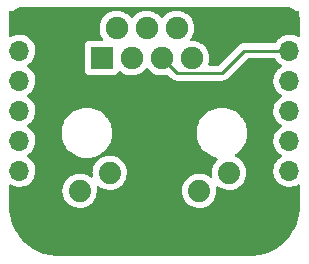
<source format=gbr>
%TF.GenerationSoftware,KiCad,Pcbnew,6.0.0*%
%TF.CreationDate,2022-01-15T20:08:09+00:00*%
%TF.ProjectId,amphenol-magjack,616d7068-656e-46f6-9c2d-6d61676a6163,rev?*%
%TF.SameCoordinates,Original*%
%TF.FileFunction,Copper,L2,Bot*%
%TF.FilePolarity,Positive*%
%FSLAX46Y46*%
G04 Gerber Fmt 4.6, Leading zero omitted, Abs format (unit mm)*
G04 Created by KiCad (PCBNEW 6.0.0) date 2022-01-15 20:08:09*
%MOMM*%
%LPD*%
G01*
G04 APERTURE LIST*
%TA.AperFunction,ComponentPad*%
%ADD10R,1.700000X1.700000*%
%TD*%
%TA.AperFunction,ComponentPad*%
%ADD11O,1.700000X1.700000*%
%TD*%
%TA.AperFunction,ComponentPad*%
%ADD12C,2.600000*%
%TD*%
%TA.AperFunction,ComponentPad*%
%ADD13C,1.890000*%
%TD*%
%TA.AperFunction,ComponentPad*%
%ADD14R,1.900000X1.900000*%
%TD*%
%TA.AperFunction,ComponentPad*%
%ADD15C,1.900000*%
%TD*%
%TA.AperFunction,ViaPad*%
%ADD16C,0.800000*%
%TD*%
%TA.AperFunction,Conductor*%
%ADD17C,0.250000*%
%TD*%
G04 APERTURE END LIST*
D10*
%TO.P,J1,1,Pin_1*%
%TO.N,GND*%
X165100000Y-81280000D03*
D11*
%TO.P,J1,2,Pin_2*%
%TO.N,/tct*%
X165100000Y-83820000D03*
%TO.P,J1,3,Pin_3*%
%TO.N,/td-*%
X165100000Y-86360000D03*
%TO.P,J1,4,Pin_4*%
%TO.N,/td+*%
X165100000Y-88900000D03*
%TO.P,J1,5,Pin_5*%
%TO.N,/ledg_a*%
X165100000Y-91440000D03*
%TO.P,J1,6,Pin_6*%
%TO.N,/ledg_k*%
X165100000Y-93980000D03*
%TD*%
D10*
%TO.P,J2,1,Pin_1*%
%TO.N,GND*%
X187960000Y-81280000D03*
D11*
%TO.P,J2,2,Pin_2*%
%TO.N,/rct*%
X187960000Y-83820000D03*
%TO.P,J2,3,Pin_3*%
%TO.N,/rd-*%
X187960000Y-86360000D03*
%TO.P,J2,4,Pin_4*%
%TO.N,/rd+*%
X187960000Y-88900000D03*
%TO.P,J2,5,Pin_5*%
%TO.N,/ledy_a*%
X187960000Y-91440000D03*
%TO.P,J2,6,Pin_6*%
%TO.N,/ledy_k*%
X187960000Y-93980000D03*
%TD*%
D12*
%TO.P,J3,13,SHIELD*%
%TO.N,GND*%
X184305000Y-87725000D03*
X168755000Y-87725000D03*
D13*
%TO.P,J3,L1,LEDY_A*%
%TO.N,/ledy_a*%
X182855000Y-94155000D03*
%TO.P,J3,L2,LEDY_K*%
%TO.N,/ledy_k*%
X180315000Y-95675000D03*
%TO.P,J3,L3,LEDG_K*%
%TO.N,/ledg_k*%
X172745000Y-94155000D03*
%TO.P,J3,L4,LEDG_A*%
%TO.N,/ledg_a*%
X170205000Y-95675000D03*
D14*
%TO.P,J3,R1,TD+*%
%TO.N,/td+*%
X172085000Y-84435000D03*
D15*
%TO.P,J3,R2,TD-*%
%TO.N,/td-*%
X173355000Y-81895000D03*
%TO.P,J3,R3,RD+*%
%TO.N,/rd+*%
X174625000Y-84435000D03*
%TO.P,J3,R4,TCT*%
%TO.N,/tct*%
X175895000Y-81895000D03*
%TO.P,J3,R5,RCT*%
%TO.N,/rct*%
X177165000Y-84435000D03*
%TO.P,J3,R6,RD-*%
%TO.N,/rd-*%
X178435000Y-81895000D03*
%TO.P,J3,R7,NC*%
%TO.N,unconnected-(J3-PadR7)*%
X179705000Y-84435000D03*
%TO.P,J3,R8,GND*%
%TO.N,GND*%
X180975000Y-81895000D03*
%TD*%
D16*
%TO.N,GND*%
X168275000Y-96012000D03*
X170180000Y-82296000D03*
%TD*%
D17*
%TO.N,GND*%
X187345000Y-81895000D02*
X187960000Y-81280000D01*
X168755000Y-84935000D02*
X165100000Y-81280000D01*
X168755000Y-87725000D02*
X168755000Y-84935000D01*
X168755000Y-87725000D02*
X184305000Y-87725000D01*
%TO.N,/rct*%
X182260489Y-85709511D02*
X184150000Y-83820000D01*
X178439511Y-85709511D02*
X182260489Y-85709511D01*
X177165000Y-84435000D02*
X178439511Y-85709511D01*
X184150000Y-83820000D02*
X187960000Y-83820000D01*
%TD*%
%TA.AperFunction,Conductor*%
%TO.N,GND*%
G36*
X187676057Y-80138500D02*
G01*
X187690858Y-80140805D01*
X187690861Y-80140805D01*
X187699730Y-80142186D01*
X187712378Y-80140532D01*
X187739692Y-80139948D01*
X187834695Y-80148259D01*
X187893502Y-80153405D01*
X187915130Y-80157219D01*
X188086282Y-80203080D01*
X188106920Y-80210591D01*
X188267510Y-80285475D01*
X188286530Y-80296457D01*
X188431679Y-80398091D01*
X188448504Y-80412209D01*
X188573791Y-80537496D01*
X188587909Y-80554321D01*
X188689543Y-80699470D01*
X188700525Y-80718490D01*
X188775409Y-80879080D01*
X188782920Y-80899718D01*
X188828781Y-81070870D01*
X188832596Y-81092501D01*
X188845449Y-81239419D01*
X188844896Y-81255879D01*
X188845305Y-81255884D01*
X188845196Y-81264856D01*
X188843814Y-81273730D01*
X188847981Y-81305591D01*
X188849044Y-81321783D01*
X188850292Y-82503795D01*
X188850337Y-82546050D01*
X188830407Y-82614192D01*
X188776800Y-82660741D01*
X188706537Y-82670919D01*
X188663443Y-82656491D01*
X188523320Y-82579139D01*
X188523316Y-82579137D01*
X188518789Y-82576638D01*
X188513920Y-82574914D01*
X188513916Y-82574912D01*
X188313087Y-82503795D01*
X188313083Y-82503794D01*
X188308212Y-82502069D01*
X188303119Y-82501162D01*
X188303116Y-82501161D01*
X188093373Y-82463800D01*
X188093367Y-82463799D01*
X188088284Y-82462894D01*
X188014452Y-82461992D01*
X187870081Y-82460228D01*
X187870079Y-82460228D01*
X187864911Y-82460165D01*
X187644091Y-82493955D01*
X187431756Y-82563357D01*
X187401443Y-82579137D01*
X187252848Y-82656491D01*
X187233607Y-82666507D01*
X187229474Y-82669610D01*
X187229471Y-82669612D01*
X187059100Y-82797530D01*
X187054965Y-82800635D01*
X187051393Y-82804373D01*
X186921183Y-82940630D01*
X186900629Y-82962138D01*
X186897715Y-82966410D01*
X186897714Y-82966411D01*
X186785095Y-83131504D01*
X186730184Y-83176507D01*
X186681007Y-83186500D01*
X184228767Y-83186500D01*
X184217584Y-83185973D01*
X184210091Y-83184298D01*
X184202165Y-83184547D01*
X184202164Y-83184547D01*
X184142014Y-83186438D01*
X184138055Y-83186500D01*
X184110144Y-83186500D01*
X184106210Y-83186997D01*
X184106209Y-83186997D01*
X184106144Y-83187005D01*
X184094307Y-83187938D01*
X184062049Y-83188952D01*
X184058030Y-83189078D01*
X184050111Y-83189327D01*
X184030657Y-83194979D01*
X184011300Y-83198987D01*
X183999070Y-83200532D01*
X183999069Y-83200532D01*
X183991203Y-83201526D01*
X183983832Y-83204445D01*
X183983830Y-83204445D01*
X183950088Y-83217804D01*
X183938858Y-83221649D01*
X183904017Y-83231771D01*
X183904016Y-83231771D01*
X183896407Y-83233982D01*
X183889588Y-83238015D01*
X183889583Y-83238017D01*
X183878972Y-83244293D01*
X183861224Y-83252988D01*
X183842383Y-83260448D01*
X183835967Y-83265110D01*
X183835966Y-83265110D01*
X183806613Y-83286436D01*
X183796693Y-83292952D01*
X183765465Y-83311420D01*
X183765462Y-83311422D01*
X183758638Y-83315458D01*
X183744317Y-83329779D01*
X183729284Y-83342619D01*
X183712893Y-83354528D01*
X183695168Y-83375954D01*
X183684702Y-83388605D01*
X183676712Y-83397384D01*
X182034989Y-85039106D01*
X181972677Y-85073132D01*
X181945894Y-85076011D01*
X181204627Y-85076011D01*
X181136506Y-85056009D01*
X181090013Y-85002353D01*
X181079909Y-84932079D01*
X181084068Y-84913383D01*
X181133944Y-84749220D01*
X181135447Y-84744274D01*
X181166752Y-84506492D01*
X181168499Y-84435000D01*
X181158786Y-84316857D01*
X181149271Y-84201124D01*
X181149270Y-84201118D01*
X181148847Y-84195973D01*
X181090420Y-83963364D01*
X181088364Y-83958634D01*
X181088361Y-83958627D01*
X180996847Y-83748159D01*
X180996845Y-83748156D01*
X180994787Y-83743422D01*
X180906591Y-83607091D01*
X180867325Y-83546396D01*
X180867323Y-83546393D01*
X180864515Y-83542053D01*
X180829184Y-83503224D01*
X180706582Y-83368487D01*
X180706580Y-83368486D01*
X180703104Y-83364665D01*
X180699053Y-83361466D01*
X180699049Y-83361462D01*
X180542740Y-83238017D01*
X180514888Y-83216021D01*
X180304922Y-83100113D01*
X180182458Y-83056746D01*
X180083720Y-83021781D01*
X180083716Y-83021780D01*
X180078845Y-83020055D01*
X180073752Y-83019148D01*
X180073749Y-83019147D01*
X179847816Y-82978902D01*
X179847810Y-82978901D01*
X179842727Y-82977996D01*
X179813724Y-82977642D01*
X179698301Y-82976231D01*
X179630430Y-82955398D01*
X179584596Y-82901178D01*
X179575352Y-82830786D01*
X179597518Y-82776714D01*
X179686445Y-82652958D01*
X179689463Y-82648758D01*
X179705884Y-82615534D01*
X179793433Y-82438392D01*
X179793434Y-82438390D01*
X179795727Y-82433750D01*
X179865447Y-82204274D01*
X179896752Y-81966492D01*
X179898499Y-81895000D01*
X179892001Y-81815970D01*
X179879271Y-81661124D01*
X179879270Y-81661118D01*
X179878847Y-81655973D01*
X179820420Y-81423364D01*
X179818364Y-81418634D01*
X179818361Y-81418627D01*
X179726847Y-81208159D01*
X179726845Y-81208156D01*
X179724787Y-81203422D01*
X179707574Y-81176814D01*
X179597325Y-81006396D01*
X179597323Y-81006393D01*
X179594515Y-81002053D01*
X179572861Y-80978255D01*
X179436582Y-80828487D01*
X179436580Y-80828486D01*
X179433104Y-80824665D01*
X179429053Y-80821466D01*
X179429049Y-80821462D01*
X179286014Y-80708500D01*
X179244888Y-80676021D01*
X179034922Y-80560113D01*
X178901904Y-80513009D01*
X178813720Y-80481781D01*
X178813716Y-80481780D01*
X178808845Y-80480055D01*
X178803752Y-80479148D01*
X178803749Y-80479147D01*
X178577816Y-80438902D01*
X178577810Y-80438901D01*
X178572727Y-80437996D01*
X178485460Y-80436930D01*
X178338081Y-80435129D01*
X178338079Y-80435129D01*
X178332911Y-80435066D01*
X178095837Y-80471343D01*
X177867871Y-80545854D01*
X177655136Y-80656597D01*
X177651003Y-80659700D01*
X177651000Y-80659702D01*
X177467480Y-80797493D01*
X177463345Y-80800598D01*
X177297648Y-80973990D01*
X177270410Y-81013920D01*
X177215502Y-81058920D01*
X177144977Y-81067091D01*
X177081230Y-81035837D01*
X177060535Y-81011357D01*
X177057329Y-81006401D01*
X177057322Y-81006392D01*
X177054515Y-81002053D01*
X177032861Y-80978255D01*
X176896582Y-80828487D01*
X176896580Y-80828486D01*
X176893104Y-80824665D01*
X176889053Y-80821466D01*
X176889049Y-80821462D01*
X176746014Y-80708500D01*
X176704888Y-80676021D01*
X176494922Y-80560113D01*
X176361904Y-80513009D01*
X176273720Y-80481781D01*
X176273716Y-80481780D01*
X176268845Y-80480055D01*
X176263752Y-80479148D01*
X176263749Y-80479147D01*
X176037816Y-80438902D01*
X176037810Y-80438901D01*
X176032727Y-80437996D01*
X175945460Y-80436930D01*
X175798081Y-80435129D01*
X175798079Y-80435129D01*
X175792911Y-80435066D01*
X175555837Y-80471343D01*
X175327871Y-80545854D01*
X175115136Y-80656597D01*
X175111003Y-80659700D01*
X175111000Y-80659702D01*
X174927480Y-80797493D01*
X174923345Y-80800598D01*
X174757648Y-80973990D01*
X174730410Y-81013920D01*
X174675502Y-81058920D01*
X174604977Y-81067091D01*
X174541230Y-81035837D01*
X174520535Y-81011357D01*
X174517329Y-81006401D01*
X174517322Y-81006392D01*
X174514515Y-81002053D01*
X174492861Y-80978255D01*
X174356582Y-80828487D01*
X174356580Y-80828486D01*
X174353104Y-80824665D01*
X174349053Y-80821466D01*
X174349049Y-80821462D01*
X174206014Y-80708500D01*
X174164888Y-80676021D01*
X173954922Y-80560113D01*
X173821904Y-80513009D01*
X173733720Y-80481781D01*
X173733716Y-80481780D01*
X173728845Y-80480055D01*
X173723752Y-80479148D01*
X173723749Y-80479147D01*
X173497816Y-80438902D01*
X173497810Y-80438901D01*
X173492727Y-80437996D01*
X173405460Y-80436930D01*
X173258081Y-80435129D01*
X173258079Y-80435129D01*
X173252911Y-80435066D01*
X173015837Y-80471343D01*
X172787871Y-80545854D01*
X172575136Y-80656597D01*
X172571003Y-80659700D01*
X172571000Y-80659702D01*
X172387480Y-80797493D01*
X172383345Y-80800598D01*
X172217648Y-80973990D01*
X172082495Y-81172117D01*
X172033639Y-81277368D01*
X172009520Y-81329328D01*
X171981516Y-81389656D01*
X171917424Y-81620768D01*
X171891938Y-81859244D01*
X171905744Y-82098680D01*
X171958470Y-82332646D01*
X172048702Y-82554859D01*
X172174014Y-82759351D01*
X172181508Y-82768002D01*
X172210992Y-82832585D01*
X172200879Y-82902857D01*
X172154379Y-82956507D01*
X172086272Y-82976500D01*
X171086866Y-82976500D01*
X171024684Y-82983255D01*
X170888295Y-83034385D01*
X170771739Y-83121739D01*
X170684385Y-83238295D01*
X170633255Y-83374684D01*
X170626500Y-83436866D01*
X170626500Y-85433134D01*
X170633255Y-85495316D01*
X170684385Y-85631705D01*
X170771739Y-85748261D01*
X170888295Y-85835615D01*
X171024684Y-85886745D01*
X171086866Y-85893500D01*
X173083134Y-85893500D01*
X173145316Y-85886745D01*
X173281705Y-85835615D01*
X173398261Y-85748261D01*
X173485615Y-85631705D01*
X173494026Y-85609270D01*
X173536666Y-85552505D01*
X173603228Y-85527804D01*
X173672577Y-85543011D01*
X173692492Y-85556553D01*
X173739011Y-85595173D01*
X173785571Y-85633828D01*
X173992643Y-85754831D01*
X174216697Y-85840389D01*
X174221763Y-85841420D01*
X174221764Y-85841420D01*
X174278039Y-85852869D01*
X174451716Y-85888204D01*
X174586089Y-85893131D01*
X174686225Y-85896803D01*
X174686229Y-85896803D01*
X174691389Y-85896992D01*
X174696509Y-85896336D01*
X174696511Y-85896336D01*
X174924151Y-85867175D01*
X174924152Y-85867175D01*
X174929279Y-85866518D01*
X175012935Y-85841420D01*
X175154042Y-85799086D01*
X175154047Y-85799084D01*
X175158997Y-85797599D01*
X175374374Y-85692087D01*
X175378579Y-85689087D01*
X175378585Y-85689084D01*
X175471516Y-85622796D01*
X175569627Y-85552815D01*
X175739511Y-85383523D01*
X175742527Y-85379326D01*
X175790332Y-85312798D01*
X175846327Y-85269150D01*
X175917030Y-85262704D01*
X175979995Y-85295507D01*
X175987873Y-85303806D01*
X176141043Y-85480630D01*
X176232493Y-85556553D01*
X176312882Y-85623293D01*
X176325571Y-85633828D01*
X176532643Y-85754831D01*
X176756697Y-85840389D01*
X176761763Y-85841420D01*
X176761764Y-85841420D01*
X176818039Y-85852869D01*
X176991716Y-85888204D01*
X177126089Y-85893131D01*
X177226225Y-85896803D01*
X177226229Y-85896803D01*
X177231389Y-85896992D01*
X177236509Y-85896336D01*
X177236511Y-85896336D01*
X177464151Y-85867175D01*
X177464152Y-85867175D01*
X177469279Y-85866518D01*
X177474230Y-85865033D01*
X177474233Y-85865032D01*
X177575142Y-85834758D01*
X177646137Y-85834342D01*
X177700444Y-85866349D01*
X177935859Y-86101764D01*
X177943399Y-86110050D01*
X177947511Y-86116529D01*
X177953288Y-86121954D01*
X177997162Y-86163154D01*
X178000004Y-86165909D01*
X178019741Y-86185646D01*
X178022938Y-86188126D01*
X178031958Y-86195829D01*
X178064190Y-86226097D01*
X178071136Y-86229916D01*
X178071139Y-86229918D01*
X178081945Y-86235859D01*
X178098464Y-86246710D01*
X178114470Y-86259125D01*
X178121739Y-86262270D01*
X178121743Y-86262273D01*
X178155048Y-86276685D01*
X178165698Y-86281902D01*
X178204451Y-86303206D01*
X178212126Y-86305177D01*
X178212127Y-86305177D01*
X178224073Y-86308244D01*
X178242778Y-86314648D01*
X178261366Y-86322692D01*
X178269189Y-86323931D01*
X178269199Y-86323934D01*
X178305035Y-86329610D01*
X178316655Y-86332016D01*
X178348470Y-86340184D01*
X178359481Y-86343011D01*
X178379735Y-86343011D01*
X178399445Y-86344562D01*
X178419454Y-86347731D01*
X178427346Y-86346985D01*
X178446091Y-86345213D01*
X178463473Y-86343570D01*
X178475330Y-86343011D01*
X182181722Y-86343011D01*
X182192905Y-86343538D01*
X182200398Y-86345213D01*
X182208324Y-86344964D01*
X182208325Y-86344964D01*
X182268475Y-86343073D01*
X182272434Y-86343011D01*
X182300345Y-86343011D01*
X182304280Y-86342514D01*
X182304345Y-86342506D01*
X182316182Y-86341573D01*
X182348440Y-86340559D01*
X182352459Y-86340433D01*
X182360378Y-86340184D01*
X182379832Y-86334532D01*
X182399189Y-86330524D01*
X182411419Y-86328979D01*
X182411420Y-86328979D01*
X182419286Y-86327985D01*
X182426657Y-86325066D01*
X182426659Y-86325066D01*
X182460401Y-86311707D01*
X182471631Y-86307862D01*
X182506472Y-86297740D01*
X182506473Y-86297740D01*
X182514082Y-86295529D01*
X182520901Y-86291496D01*
X182520906Y-86291494D01*
X182531517Y-86285218D01*
X182549265Y-86276523D01*
X182568106Y-86269063D01*
X182603876Y-86243075D01*
X182613796Y-86236559D01*
X182645024Y-86218091D01*
X182645027Y-86218089D01*
X182651851Y-86214053D01*
X182666172Y-86199732D01*
X182681206Y-86186891D01*
X182691183Y-86179642D01*
X182697596Y-86174983D01*
X182725787Y-86140906D01*
X182733777Y-86132127D01*
X184375500Y-84490405D01*
X184437812Y-84456379D01*
X184464595Y-84453500D01*
X186684274Y-84453500D01*
X186752395Y-84473502D01*
X186791707Y-84513665D01*
X186859987Y-84625088D01*
X187006250Y-84793938D01*
X187178126Y-84936632D01*
X187241646Y-84973750D01*
X187251445Y-84979476D01*
X187300169Y-85031114D01*
X187313240Y-85100897D01*
X187286509Y-85166669D01*
X187246055Y-85200027D01*
X187233607Y-85206507D01*
X187229474Y-85209610D01*
X187229471Y-85209612D01*
X187059100Y-85337530D01*
X187054965Y-85340635D01*
X187051393Y-85344373D01*
X186914656Y-85487460D01*
X186900629Y-85502138D01*
X186897715Y-85506410D01*
X186897714Y-85506411D01*
X186817983Y-85623293D01*
X186774743Y-85686680D01*
X186742253Y-85756674D01*
X186691955Y-85865033D01*
X186680688Y-85889305D01*
X186620989Y-86104570D01*
X186597251Y-86326695D01*
X186597548Y-86331848D01*
X186597548Y-86331851D01*
X186603011Y-86426590D01*
X186610110Y-86549715D01*
X186611247Y-86554761D01*
X186611248Y-86554767D01*
X186631119Y-86642939D01*
X186659222Y-86767639D01*
X186743266Y-86974616D01*
X186859987Y-87165088D01*
X187006250Y-87333938D01*
X187178126Y-87476632D01*
X187248595Y-87517811D01*
X187251445Y-87519476D01*
X187300169Y-87571114D01*
X187313240Y-87640897D01*
X187286509Y-87706669D01*
X187246055Y-87740027D01*
X187233607Y-87746507D01*
X187229474Y-87749610D01*
X187229471Y-87749612D01*
X187059100Y-87877530D01*
X187054965Y-87880635D01*
X186900629Y-88042138D01*
X186774743Y-88226680D01*
X186680688Y-88429305D01*
X186620989Y-88644570D01*
X186597251Y-88866695D01*
X186597548Y-88871848D01*
X186597548Y-88871851D01*
X186603011Y-88966590D01*
X186610110Y-89089715D01*
X186611247Y-89094761D01*
X186611248Y-89094767D01*
X186618573Y-89127269D01*
X186659222Y-89307639D01*
X186743266Y-89514616D01*
X186859987Y-89705088D01*
X187006250Y-89873938D01*
X187178126Y-90016632D01*
X187243349Y-90054745D01*
X187251445Y-90059476D01*
X187300169Y-90111114D01*
X187313240Y-90180897D01*
X187286509Y-90246669D01*
X187246055Y-90280027D01*
X187233607Y-90286507D01*
X187229474Y-90289610D01*
X187229471Y-90289612D01*
X187140293Y-90356569D01*
X187054965Y-90420635D01*
X186900629Y-90582138D01*
X186897715Y-90586410D01*
X186897714Y-90586411D01*
X186875906Y-90618381D01*
X186774743Y-90766680D01*
X186680688Y-90969305D01*
X186620989Y-91184570D01*
X186597251Y-91406695D01*
X186597548Y-91411848D01*
X186597548Y-91411851D01*
X186602822Y-91503315D01*
X186610110Y-91629715D01*
X186611247Y-91634761D01*
X186611248Y-91634767D01*
X186631119Y-91722939D01*
X186659222Y-91847639D01*
X186743266Y-92054616D01*
X186745965Y-92059020D01*
X186844081Y-92219131D01*
X186859987Y-92245088D01*
X187006250Y-92413938D01*
X187178126Y-92556632D01*
X187226385Y-92584832D01*
X187251445Y-92599476D01*
X187300169Y-92651114D01*
X187313240Y-92720897D01*
X187286509Y-92786669D01*
X187246055Y-92820027D01*
X187233607Y-92826507D01*
X187229474Y-92829610D01*
X187229471Y-92829612D01*
X187070999Y-92948596D01*
X187054965Y-92960635D01*
X187051393Y-92964373D01*
X186929279Y-93092158D01*
X186900629Y-93122138D01*
X186897715Y-93126410D01*
X186897714Y-93126411D01*
X186819260Y-93241421D01*
X186774743Y-93306680D01*
X186759003Y-93340590D01*
X186698688Y-93470528D01*
X186680688Y-93509305D01*
X186620989Y-93724570D01*
X186597251Y-93946695D01*
X186597548Y-93951848D01*
X186597548Y-93951851D01*
X186603011Y-94046590D01*
X186610110Y-94169715D01*
X186611247Y-94174761D01*
X186611248Y-94174767D01*
X186632275Y-94268069D01*
X186659222Y-94387639D01*
X186697461Y-94481811D01*
X186740616Y-94588089D01*
X186743266Y-94594616D01*
X186859987Y-94785088D01*
X187006250Y-94953938D01*
X187178126Y-95096632D01*
X187371000Y-95209338D01*
X187579692Y-95289030D01*
X187584760Y-95290061D01*
X187584763Y-95290062D01*
X187692017Y-95311883D01*
X187798597Y-95333567D01*
X187803772Y-95333757D01*
X187803774Y-95333757D01*
X188016673Y-95341564D01*
X188016677Y-95341564D01*
X188021837Y-95341753D01*
X188026957Y-95341097D01*
X188026959Y-95341097D01*
X188238288Y-95314025D01*
X188238289Y-95314025D01*
X188243416Y-95313368D01*
X188248366Y-95311883D01*
X188452429Y-95250661D01*
X188452434Y-95250659D01*
X188457384Y-95249174D01*
X188657994Y-95150896D01*
X188664590Y-95146191D01*
X188665713Y-95145801D01*
X188666648Y-95145244D01*
X188666763Y-95145437D01*
X188731664Y-95122918D01*
X188800672Y-95139603D01*
X188849705Y-95190948D01*
X188863757Y-95248638D01*
X188864211Y-95678365D01*
X188865388Y-96791987D01*
X188865451Y-96851875D01*
X188863952Y-96871385D01*
X188860317Y-96894730D01*
X188861957Y-96907270D01*
X188862919Y-96914626D01*
X188863849Y-96936784D01*
X188847352Y-97293597D01*
X188846278Y-97305186D01*
X188792785Y-97688666D01*
X188790646Y-97700106D01*
X188702000Y-98077007D01*
X188698815Y-98088201D01*
X188575769Y-98455317D01*
X188571565Y-98466169D01*
X188415169Y-98820373D01*
X188409981Y-98830791D01*
X188221578Y-99169039D01*
X188215452Y-99178934D01*
X187996633Y-99498370D01*
X187989619Y-99507658D01*
X187742259Y-99805543D01*
X187734418Y-99814143D01*
X187460646Y-100087915D01*
X187452046Y-100095756D01*
X187154161Y-100343116D01*
X187144873Y-100350130D01*
X186825437Y-100568949D01*
X186815542Y-100575075D01*
X186477294Y-100763478D01*
X186466876Y-100768666D01*
X186112672Y-100925062D01*
X186101820Y-100929266D01*
X185918262Y-100990789D01*
X185734695Y-101052315D01*
X185723519Y-101055495D01*
X185475305Y-101113874D01*
X185346609Y-101144143D01*
X185335169Y-101146282D01*
X184951689Y-101199775D01*
X184940100Y-101200849D01*
X184590687Y-101217003D01*
X184565488Y-101215638D01*
X184562645Y-101215195D01*
X184562643Y-101215195D01*
X184553773Y-101213814D01*
X184544871Y-101214978D01*
X184544868Y-101214978D01*
X184522252Y-101217936D01*
X184505914Y-101219000D01*
X168578328Y-101219000D01*
X168558943Y-101217500D01*
X168544142Y-101215195D01*
X168544139Y-101215195D01*
X168535270Y-101213814D01*
X168516105Y-101216320D01*
X168515374Y-101216416D01*
X168493216Y-101217346D01*
X168136403Y-101200849D01*
X168124814Y-101199775D01*
X167741334Y-101146282D01*
X167729894Y-101144143D01*
X167601198Y-101113874D01*
X167352984Y-101055495D01*
X167341808Y-101052315D01*
X167158241Y-100990789D01*
X166974683Y-100929266D01*
X166963831Y-100925062D01*
X166609627Y-100768666D01*
X166599209Y-100763478D01*
X166260961Y-100575075D01*
X166251066Y-100568949D01*
X165931630Y-100350130D01*
X165922342Y-100343116D01*
X165624457Y-100095756D01*
X165615857Y-100087915D01*
X165342085Y-99814143D01*
X165334244Y-99805543D01*
X165086884Y-99507658D01*
X165079870Y-99498370D01*
X164861051Y-99178934D01*
X164854925Y-99169039D01*
X164666522Y-98830791D01*
X164661334Y-98820373D01*
X164504938Y-98466169D01*
X164500734Y-98455317D01*
X164377688Y-98088201D01*
X164374503Y-98077007D01*
X164285857Y-97700106D01*
X164283718Y-97688666D01*
X164230225Y-97305186D01*
X164229151Y-97293597D01*
X164212997Y-96944184D01*
X164214362Y-96918985D01*
X164214805Y-96916142D01*
X164214805Y-96916140D01*
X164216186Y-96907270D01*
X164214547Y-96894730D01*
X164212064Y-96875749D01*
X164211000Y-96859411D01*
X164211000Y-95639366D01*
X168746954Y-95639366D01*
X168747251Y-95644518D01*
X168747251Y-95644522D01*
X168753117Y-95746246D01*
X168760713Y-95877981D01*
X168761850Y-95883027D01*
X168761851Y-95883033D01*
X168783272Y-95978084D01*
X168813259Y-96111145D01*
X168815201Y-96115927D01*
X168815202Y-96115931D01*
X168856057Y-96216544D01*
X168903181Y-96332596D01*
X169028064Y-96536387D01*
X169184554Y-96717045D01*
X169368450Y-96869718D01*
X169372902Y-96872320D01*
X169372907Y-96872323D01*
X169570353Y-96987701D01*
X169574811Y-96990306D01*
X169798097Y-97075570D01*
X169803163Y-97076601D01*
X169803164Y-97076601D01*
X169859336Y-97088029D01*
X170032310Y-97123221D01*
X170166487Y-97128141D01*
X170265997Y-97131791D01*
X170266002Y-97131791D01*
X170271161Y-97131980D01*
X170276281Y-97131324D01*
X170276283Y-97131324D01*
X170503107Y-97102267D01*
X170503108Y-97102267D01*
X170508235Y-97101610D01*
X170595031Y-97075570D01*
X170732213Y-97034413D01*
X170737166Y-97032927D01*
X170951805Y-96927777D01*
X171010570Y-96885860D01*
X171142176Y-96791987D01*
X171142181Y-96791983D01*
X171146388Y-96788982D01*
X171315689Y-96620271D01*
X171455162Y-96426173D01*
X171561061Y-96211903D01*
X171593206Y-96106103D01*
X171629039Y-95988165D01*
X171629040Y-95988159D01*
X171630543Y-95983213D01*
X171661740Y-95746246D01*
X171663481Y-95675000D01*
X171660551Y-95639366D01*
X178856954Y-95639366D01*
X178857251Y-95644518D01*
X178857251Y-95644522D01*
X178863117Y-95746246D01*
X178870713Y-95877981D01*
X178871850Y-95883027D01*
X178871851Y-95883033D01*
X178893272Y-95978084D01*
X178923259Y-96111145D01*
X178925201Y-96115927D01*
X178925202Y-96115931D01*
X178966057Y-96216544D01*
X179013181Y-96332596D01*
X179138064Y-96536387D01*
X179294554Y-96717045D01*
X179478450Y-96869718D01*
X179482902Y-96872320D01*
X179482907Y-96872323D01*
X179680353Y-96987701D01*
X179684811Y-96990306D01*
X179908097Y-97075570D01*
X179913163Y-97076601D01*
X179913164Y-97076601D01*
X179969336Y-97088029D01*
X180142310Y-97123221D01*
X180276487Y-97128141D01*
X180375997Y-97131791D01*
X180376002Y-97131791D01*
X180381161Y-97131980D01*
X180386281Y-97131324D01*
X180386283Y-97131324D01*
X180613107Y-97102267D01*
X180613108Y-97102267D01*
X180618235Y-97101610D01*
X180705031Y-97075570D01*
X180842213Y-97034413D01*
X180847166Y-97032927D01*
X181061805Y-96927777D01*
X181120570Y-96885860D01*
X181252176Y-96791987D01*
X181252181Y-96791983D01*
X181256388Y-96788982D01*
X181425689Y-96620271D01*
X181565162Y-96426173D01*
X181671061Y-96211903D01*
X181703206Y-96106103D01*
X181739039Y-95988165D01*
X181739040Y-95988159D01*
X181740543Y-95983213D01*
X181771740Y-95746246D01*
X181773481Y-95675000D01*
X181753897Y-95436792D01*
X181750472Y-95423157D01*
X181753274Y-95352215D01*
X181793986Y-95294051D01*
X181859680Y-95267130D01*
X181929501Y-95280000D01*
X181953159Y-95295513D01*
X182008066Y-95341097D01*
X182018450Y-95349718D01*
X182022902Y-95352320D01*
X182022907Y-95352323D01*
X182144125Y-95423157D01*
X182224811Y-95470306D01*
X182448097Y-95555570D01*
X182453163Y-95556601D01*
X182453164Y-95556601D01*
X182509336Y-95568029D01*
X182682310Y-95603221D01*
X182816487Y-95608141D01*
X182915997Y-95611791D01*
X182916002Y-95611791D01*
X182921161Y-95611980D01*
X182926281Y-95611324D01*
X182926283Y-95611324D01*
X183153107Y-95582267D01*
X183153108Y-95582267D01*
X183158235Y-95581610D01*
X183245031Y-95555570D01*
X183382213Y-95514413D01*
X183387166Y-95512927D01*
X183601805Y-95407777D01*
X183646883Y-95375623D01*
X183792176Y-95271987D01*
X183792181Y-95271983D01*
X183796388Y-95268982D01*
X183965689Y-95100271D01*
X184022527Y-95021173D01*
X184102144Y-94910373D01*
X184105162Y-94906173D01*
X184211061Y-94691903D01*
X184242074Y-94589829D01*
X184279039Y-94468165D01*
X184279040Y-94468159D01*
X184280543Y-94463213D01*
X184306423Y-94266632D01*
X184311303Y-94229567D01*
X184311303Y-94229563D01*
X184311740Y-94226246D01*
X184312998Y-94174767D01*
X184313399Y-94158365D01*
X184313399Y-94158361D01*
X184313481Y-94155000D01*
X184293897Y-93916792D01*
X184255147Y-93762522D01*
X184236928Y-93689989D01*
X184236927Y-93689985D01*
X184235670Y-93684982D01*
X184140364Y-93465794D01*
X184120181Y-93434595D01*
X184040466Y-93311375D01*
X184010539Y-93265115D01*
X183849682Y-93088335D01*
X183845631Y-93085136D01*
X183845627Y-93085132D01*
X183666165Y-92943401D01*
X183666160Y-92943397D01*
X183662111Y-92940200D01*
X183657595Y-92937707D01*
X183657592Y-92937705D01*
X183457389Y-92827187D01*
X183457385Y-92827185D01*
X183452865Y-92824690D01*
X183447992Y-92822964D01*
X183447989Y-92822963D01*
X183422555Y-92813957D01*
X183407812Y-92808736D01*
X183350275Y-92767143D01*
X183324359Y-92701045D01*
X183338292Y-92631429D01*
X183377420Y-92586876D01*
X183587287Y-92439379D01*
X183587293Y-92439374D01*
X183590792Y-92436915D01*
X183712853Y-92323489D01*
X183800745Y-92241815D01*
X183800748Y-92241812D01*
X183803888Y-92238894D01*
X183814895Y-92225447D01*
X183985423Y-92017102D01*
X183988139Y-92013784D01*
X184140133Y-91765752D01*
X184148869Y-91745852D01*
X184252440Y-91509908D01*
X184257059Y-91499386D01*
X184263073Y-91478276D01*
X184284925Y-91401562D01*
X184336754Y-91219616D01*
X184337790Y-91212342D01*
X184377137Y-90935870D01*
X184377742Y-90931619D01*
X184379265Y-90640723D01*
X184374994Y-90608277D01*
X184341855Y-90356569D01*
X184341295Y-90352313D01*
X184327560Y-90302104D01*
X184275311Y-90111114D01*
X184264535Y-90071724D01*
X184252726Y-90044038D01*
X184152090Y-89808100D01*
X184152088Y-89808096D01*
X184150404Y-89804148D01*
X184001015Y-89554538D01*
X183986337Y-89536216D01*
X183821823Y-89330869D01*
X183819133Y-89327511D01*
X183608122Y-89127269D01*
X183371887Y-88957517D01*
X183256921Y-88896646D01*
X183118587Y-88823402D01*
X183118586Y-88823401D01*
X183114800Y-88821397D01*
X183110777Y-88819925D01*
X183110773Y-88819923D01*
X182845649Y-88722901D01*
X182845647Y-88722900D01*
X182841618Y-88721426D01*
X182557396Y-88659456D01*
X182513598Y-88656009D01*
X182331703Y-88641693D01*
X182331696Y-88641693D01*
X182329247Y-88641500D01*
X182171879Y-88641500D01*
X182169743Y-88641646D01*
X182169732Y-88641646D01*
X181959051Y-88656009D01*
X181959045Y-88656010D01*
X181954774Y-88656301D01*
X181950579Y-88657170D01*
X181950577Y-88657170D01*
X181935130Y-88660369D01*
X181669919Y-88715291D01*
X181395705Y-88812395D01*
X181137207Y-88945816D01*
X181133706Y-88948277D01*
X181133702Y-88948279D01*
X181018208Y-89029450D01*
X180899208Y-89113085D01*
X180896067Y-89116004D01*
X180695270Y-89302596D01*
X180686112Y-89311106D01*
X180683398Y-89314422D01*
X180683395Y-89314425D01*
X180608071Y-89406453D01*
X180501861Y-89536216D01*
X180349867Y-89784248D01*
X180348148Y-89788165D01*
X180348146Y-89788168D01*
X180296542Y-89905727D01*
X180232941Y-90050614D01*
X180231765Y-90054742D01*
X180231764Y-90054745D01*
X180220150Y-90095516D01*
X180153246Y-90330384D01*
X180152642Y-90334626D01*
X180152641Y-90334632D01*
X180117948Y-90578401D01*
X180112258Y-90618381D01*
X180110735Y-90909277D01*
X180148705Y-91197687D01*
X180225465Y-91478276D01*
X180227149Y-91482224D01*
X180329823Y-91722939D01*
X180339596Y-91745852D01*
X180488985Y-91995462D01*
X180491669Y-91998813D01*
X180491671Y-91998815D01*
X180506322Y-92017102D01*
X180670867Y-92222489D01*
X180772876Y-92319292D01*
X180876092Y-92417240D01*
X180881878Y-92422731D01*
X181118113Y-92592483D01*
X181375200Y-92728603D01*
X181379223Y-92730075D01*
X181379227Y-92730077D01*
X181643228Y-92826688D01*
X181648382Y-92828574D01*
X181812675Y-92864395D01*
X181874970Y-92898450D01*
X181908965Y-92960778D01*
X181903867Y-93031591D01*
X181876926Y-93074553D01*
X181721547Y-93237148D01*
X181718633Y-93241420D01*
X181718632Y-93241421D01*
X181589777Y-93430315D01*
X181589774Y-93430320D01*
X181586858Y-93434595D01*
X181486226Y-93651389D01*
X181422353Y-93881708D01*
X181421804Y-93886845D01*
X181404732Y-94046590D01*
X181396954Y-94119366D01*
X181397251Y-94124518D01*
X181397251Y-94124522D01*
X181405814Y-94273023D01*
X181410713Y-94357981D01*
X181411851Y-94363029D01*
X181411851Y-94363032D01*
X181422999Y-94412497D01*
X181418463Y-94483348D01*
X181376342Y-94540500D01*
X181310008Y-94565806D01*
X181240524Y-94551233D01*
X181221990Y-94539080D01*
X181126164Y-94463401D01*
X181122111Y-94460200D01*
X181117595Y-94457707D01*
X181117592Y-94457705D01*
X180917389Y-94347187D01*
X180917385Y-94347185D01*
X180912865Y-94344690D01*
X180907996Y-94342966D01*
X180907992Y-94342964D01*
X180692438Y-94266632D01*
X180692434Y-94266631D01*
X180687563Y-94264906D01*
X180682473Y-94263999D01*
X180682468Y-94263998D01*
X180457344Y-94223898D01*
X180457338Y-94223897D01*
X180452255Y-94222992D01*
X180360937Y-94221876D01*
X180218431Y-94220135D01*
X180218429Y-94220135D01*
X180213262Y-94220072D01*
X179977000Y-94256225D01*
X179749816Y-94330480D01*
X179745228Y-94332868D01*
X179745224Y-94332870D01*
X179640014Y-94387639D01*
X179537810Y-94440843D01*
X179533677Y-94443946D01*
X179533674Y-94443948D01*
X179350811Y-94581246D01*
X179346676Y-94584351D01*
X179181547Y-94757148D01*
X179178633Y-94761420D01*
X179178632Y-94761421D01*
X179049777Y-94950315D01*
X179049774Y-94950320D01*
X179046858Y-94954595D01*
X179018175Y-95016387D01*
X178954682Y-95153173D01*
X178946226Y-95171389D01*
X178882353Y-95401708D01*
X178881804Y-95406845D01*
X178859881Y-95611980D01*
X178856954Y-95639366D01*
X171660551Y-95639366D01*
X171643897Y-95436792D01*
X171640472Y-95423157D01*
X171643274Y-95352215D01*
X171683986Y-95294051D01*
X171749680Y-95267130D01*
X171819501Y-95280000D01*
X171843159Y-95295513D01*
X171898066Y-95341097D01*
X171908450Y-95349718D01*
X171912902Y-95352320D01*
X171912907Y-95352323D01*
X172034125Y-95423157D01*
X172114811Y-95470306D01*
X172338097Y-95555570D01*
X172343163Y-95556601D01*
X172343164Y-95556601D01*
X172399336Y-95568029D01*
X172572310Y-95603221D01*
X172706487Y-95608141D01*
X172805997Y-95611791D01*
X172806002Y-95611791D01*
X172811161Y-95611980D01*
X172816281Y-95611324D01*
X172816283Y-95611324D01*
X173043107Y-95582267D01*
X173043108Y-95582267D01*
X173048235Y-95581610D01*
X173135031Y-95555570D01*
X173272213Y-95514413D01*
X173277166Y-95512927D01*
X173491805Y-95407777D01*
X173536883Y-95375623D01*
X173682176Y-95271987D01*
X173682181Y-95271983D01*
X173686388Y-95268982D01*
X173855689Y-95100271D01*
X173912527Y-95021173D01*
X173992144Y-94910373D01*
X173995162Y-94906173D01*
X174101061Y-94691903D01*
X174132074Y-94589829D01*
X174169039Y-94468165D01*
X174169040Y-94468159D01*
X174170543Y-94463213D01*
X174196423Y-94266632D01*
X174201303Y-94229567D01*
X174201303Y-94229563D01*
X174201740Y-94226246D01*
X174202998Y-94174767D01*
X174203399Y-94158365D01*
X174203399Y-94158361D01*
X174203481Y-94155000D01*
X174183897Y-93916792D01*
X174145147Y-93762522D01*
X174126928Y-93689989D01*
X174126927Y-93689985D01*
X174125670Y-93684982D01*
X174030364Y-93465794D01*
X174010181Y-93434595D01*
X173930466Y-93311375D01*
X173900539Y-93265115D01*
X173739682Y-93088335D01*
X173735631Y-93085136D01*
X173735627Y-93085132D01*
X173556165Y-92943401D01*
X173556160Y-92943397D01*
X173552111Y-92940200D01*
X173547595Y-92937707D01*
X173547592Y-92937705D01*
X173347389Y-92827187D01*
X173347385Y-92827185D01*
X173342865Y-92824690D01*
X173337996Y-92822966D01*
X173337992Y-92822964D01*
X173122438Y-92746632D01*
X173122434Y-92746631D01*
X173117563Y-92744906D01*
X173112473Y-92743999D01*
X173112468Y-92743998D01*
X172887344Y-92703898D01*
X172887338Y-92703897D01*
X172882255Y-92702992D01*
X172790937Y-92701876D01*
X172648431Y-92700135D01*
X172648429Y-92700135D01*
X172643262Y-92700072D01*
X172407000Y-92736225D01*
X172179816Y-92810480D01*
X172175228Y-92812868D01*
X172175224Y-92812870D01*
X171972399Y-92918454D01*
X171967810Y-92920843D01*
X171963677Y-92923946D01*
X171963674Y-92923948D01*
X171820308Y-93031591D01*
X171776676Y-93064351D01*
X171611547Y-93237148D01*
X171608633Y-93241420D01*
X171608632Y-93241421D01*
X171479777Y-93430315D01*
X171479774Y-93430320D01*
X171476858Y-93434595D01*
X171376226Y-93651389D01*
X171312353Y-93881708D01*
X171311804Y-93886845D01*
X171294732Y-94046590D01*
X171286954Y-94119366D01*
X171287251Y-94124518D01*
X171287251Y-94124522D01*
X171295814Y-94273023D01*
X171300713Y-94357981D01*
X171301851Y-94363029D01*
X171301851Y-94363032D01*
X171312999Y-94412497D01*
X171308463Y-94483348D01*
X171266342Y-94540500D01*
X171200008Y-94565806D01*
X171130524Y-94551233D01*
X171111990Y-94539080D01*
X171016164Y-94463401D01*
X171012111Y-94460200D01*
X171007595Y-94457707D01*
X171007592Y-94457705D01*
X170807389Y-94347187D01*
X170807385Y-94347185D01*
X170802865Y-94344690D01*
X170797996Y-94342966D01*
X170797992Y-94342964D01*
X170582438Y-94266632D01*
X170582434Y-94266631D01*
X170577563Y-94264906D01*
X170572473Y-94263999D01*
X170572468Y-94263998D01*
X170347344Y-94223898D01*
X170347338Y-94223897D01*
X170342255Y-94222992D01*
X170250937Y-94221876D01*
X170108431Y-94220135D01*
X170108429Y-94220135D01*
X170103262Y-94220072D01*
X169867000Y-94256225D01*
X169639816Y-94330480D01*
X169635228Y-94332868D01*
X169635224Y-94332870D01*
X169530014Y-94387639D01*
X169427810Y-94440843D01*
X169423677Y-94443946D01*
X169423674Y-94443948D01*
X169240811Y-94581246D01*
X169236676Y-94584351D01*
X169071547Y-94757148D01*
X169068633Y-94761420D01*
X169068632Y-94761421D01*
X168939777Y-94950315D01*
X168939774Y-94950320D01*
X168936858Y-94954595D01*
X168908175Y-95016387D01*
X168844682Y-95153173D01*
X168836226Y-95171389D01*
X168772353Y-95401708D01*
X168771804Y-95406845D01*
X168749881Y-95611980D01*
X168746954Y-95639366D01*
X164211000Y-95639366D01*
X164211000Y-95253596D01*
X164231002Y-95185475D01*
X164284658Y-95138982D01*
X164354932Y-95128878D01*
X164400569Y-95144808D01*
X164511000Y-95209338D01*
X164719692Y-95289030D01*
X164724760Y-95290061D01*
X164724763Y-95290062D01*
X164832017Y-95311883D01*
X164938597Y-95333567D01*
X164943772Y-95333757D01*
X164943774Y-95333757D01*
X165156673Y-95341564D01*
X165156677Y-95341564D01*
X165161837Y-95341753D01*
X165166957Y-95341097D01*
X165166959Y-95341097D01*
X165378288Y-95314025D01*
X165378289Y-95314025D01*
X165383416Y-95313368D01*
X165388366Y-95311883D01*
X165592429Y-95250661D01*
X165592434Y-95250659D01*
X165597384Y-95249174D01*
X165797994Y-95150896D01*
X165979860Y-95021173D01*
X166003493Y-94997623D01*
X166091048Y-94910373D01*
X166138096Y-94863489D01*
X166197594Y-94780689D01*
X166265435Y-94686277D01*
X166268453Y-94682077D01*
X166304899Y-94608335D01*
X166365136Y-94486453D01*
X166365137Y-94486451D01*
X166367430Y-94481811D01*
X166432370Y-94268069D01*
X166461529Y-94046590D01*
X166463156Y-93980000D01*
X166444852Y-93757361D01*
X166390431Y-93540702D01*
X166301354Y-93335840D01*
X166180014Y-93148277D01*
X166029670Y-92983051D01*
X166025619Y-92979852D01*
X166025615Y-92979848D01*
X165858414Y-92847800D01*
X165858410Y-92847798D01*
X165854359Y-92844598D01*
X165813053Y-92821796D01*
X165763084Y-92771364D01*
X165748312Y-92701921D01*
X165773428Y-92635516D01*
X165800780Y-92608909D01*
X165844603Y-92577650D01*
X165979860Y-92481173D01*
X166138096Y-92323489D01*
X166197594Y-92240689D01*
X166265435Y-92146277D01*
X166268453Y-92142077D01*
X166342736Y-91991777D01*
X166365136Y-91946453D01*
X166365137Y-91946451D01*
X166367430Y-91941811D01*
X166432370Y-91728069D01*
X166461529Y-91506590D01*
X166461806Y-91495255D01*
X166463074Y-91443365D01*
X166463074Y-91443361D01*
X166463156Y-91440000D01*
X166444852Y-91217361D01*
X166390431Y-91000702D01*
X166350678Y-90909277D01*
X168680735Y-90909277D01*
X168718705Y-91197687D01*
X168795465Y-91478276D01*
X168797149Y-91482224D01*
X168899823Y-91722939D01*
X168909596Y-91745852D01*
X169058985Y-91995462D01*
X169061669Y-91998813D01*
X169061671Y-91998815D01*
X169076322Y-92017102D01*
X169240867Y-92222489D01*
X169342876Y-92319292D01*
X169446092Y-92417240D01*
X169451878Y-92422731D01*
X169688113Y-92592483D01*
X169945200Y-92728603D01*
X169949223Y-92730075D01*
X169949227Y-92730077D01*
X170213228Y-92826688D01*
X170218382Y-92828574D01*
X170502604Y-92890544D01*
X170531650Y-92892830D01*
X170728297Y-92908307D01*
X170728304Y-92908307D01*
X170730753Y-92908500D01*
X170888121Y-92908500D01*
X170890257Y-92908354D01*
X170890268Y-92908354D01*
X171100949Y-92893991D01*
X171100955Y-92893990D01*
X171105226Y-92893699D01*
X171109421Y-92892830D01*
X171109423Y-92892830D01*
X171342328Y-92844598D01*
X171390081Y-92834709D01*
X171664295Y-92737605D01*
X171831868Y-92651114D01*
X171918986Y-92606149D01*
X171918987Y-92606149D01*
X171922793Y-92604184D01*
X171926294Y-92601723D01*
X171926298Y-92601721D01*
X172041792Y-92520550D01*
X172160792Y-92436915D01*
X172282853Y-92323489D01*
X172370745Y-92241815D01*
X172370748Y-92241812D01*
X172373888Y-92238894D01*
X172384895Y-92225447D01*
X172555423Y-92017102D01*
X172558139Y-92013784D01*
X172710133Y-91765752D01*
X172718869Y-91745852D01*
X172822440Y-91509908D01*
X172827059Y-91499386D01*
X172833073Y-91478276D01*
X172854925Y-91401562D01*
X172906754Y-91219616D01*
X172907790Y-91212342D01*
X172947137Y-90935870D01*
X172947742Y-90931619D01*
X172949265Y-90640723D01*
X172944994Y-90608277D01*
X172911855Y-90356569D01*
X172911295Y-90352313D01*
X172897560Y-90302104D01*
X172845311Y-90111114D01*
X172834535Y-90071724D01*
X172822726Y-90044038D01*
X172722090Y-89808100D01*
X172722088Y-89808096D01*
X172720404Y-89804148D01*
X172571015Y-89554538D01*
X172556337Y-89536216D01*
X172391823Y-89330869D01*
X172389133Y-89327511D01*
X172178122Y-89127269D01*
X171941887Y-88957517D01*
X171826921Y-88896646D01*
X171688587Y-88823402D01*
X171688586Y-88823401D01*
X171684800Y-88821397D01*
X171680777Y-88819925D01*
X171680773Y-88819923D01*
X171415649Y-88722901D01*
X171415647Y-88722900D01*
X171411618Y-88721426D01*
X171127396Y-88659456D01*
X171083598Y-88656009D01*
X170901703Y-88641693D01*
X170901696Y-88641693D01*
X170899247Y-88641500D01*
X170741879Y-88641500D01*
X170739743Y-88641646D01*
X170739732Y-88641646D01*
X170529051Y-88656009D01*
X170529045Y-88656010D01*
X170524774Y-88656301D01*
X170520579Y-88657170D01*
X170520577Y-88657170D01*
X170505130Y-88660369D01*
X170239919Y-88715291D01*
X169965705Y-88812395D01*
X169707207Y-88945816D01*
X169703706Y-88948277D01*
X169703702Y-88948279D01*
X169588208Y-89029450D01*
X169469208Y-89113085D01*
X169466067Y-89116004D01*
X169265270Y-89302596D01*
X169256112Y-89311106D01*
X169253398Y-89314422D01*
X169253395Y-89314425D01*
X169178071Y-89406453D01*
X169071861Y-89536216D01*
X168919867Y-89784248D01*
X168918148Y-89788165D01*
X168918146Y-89788168D01*
X168866542Y-89905727D01*
X168802941Y-90050614D01*
X168801765Y-90054742D01*
X168801764Y-90054745D01*
X168790150Y-90095516D01*
X168723246Y-90330384D01*
X168722642Y-90334626D01*
X168722641Y-90334632D01*
X168687948Y-90578401D01*
X168682258Y-90618381D01*
X168680735Y-90909277D01*
X166350678Y-90909277D01*
X166301354Y-90795840D01*
X166203777Y-90645009D01*
X166182822Y-90612617D01*
X166182820Y-90612614D01*
X166180014Y-90608277D01*
X166029670Y-90443051D01*
X166025619Y-90439852D01*
X166025615Y-90439848D01*
X165858414Y-90307800D01*
X165858410Y-90307798D01*
X165854359Y-90304598D01*
X165813053Y-90281796D01*
X165763084Y-90231364D01*
X165748312Y-90161921D01*
X165773428Y-90095516D01*
X165800780Y-90068909D01*
X165844603Y-90037650D01*
X165979860Y-89941173D01*
X166138096Y-89783489D01*
X166197594Y-89700689D01*
X166265435Y-89606277D01*
X166268453Y-89602077D01*
X166299198Y-89539870D01*
X166365136Y-89406453D01*
X166365137Y-89406451D01*
X166367430Y-89401811D01*
X166432370Y-89188069D01*
X166461529Y-88966590D01*
X166461800Y-88955513D01*
X166463074Y-88903365D01*
X166463074Y-88903361D01*
X166463156Y-88900000D01*
X166444852Y-88677361D01*
X166390431Y-88460702D01*
X166301354Y-88255840D01*
X166180014Y-88068277D01*
X166029670Y-87903051D01*
X166025619Y-87899852D01*
X166025615Y-87899848D01*
X165858414Y-87767800D01*
X165858410Y-87767798D01*
X165854359Y-87764598D01*
X165813053Y-87741796D01*
X165763084Y-87691364D01*
X165748312Y-87621921D01*
X165773428Y-87555516D01*
X165800780Y-87528909D01*
X165844603Y-87497650D01*
X165979860Y-87401173D01*
X165995450Y-87385638D01*
X166134435Y-87247137D01*
X166138096Y-87243489D01*
X166197594Y-87160689D01*
X166265435Y-87066277D01*
X166268453Y-87062077D01*
X166367430Y-86861811D01*
X166432370Y-86648069D01*
X166461529Y-86426590D01*
X166463156Y-86360000D01*
X166444852Y-86137361D01*
X166390431Y-85920702D01*
X166301354Y-85715840D01*
X166197828Y-85555813D01*
X166182822Y-85532617D01*
X166182820Y-85532614D01*
X166180014Y-85528277D01*
X166029670Y-85363051D01*
X166025619Y-85359852D01*
X166025615Y-85359848D01*
X165858414Y-85227800D01*
X165858410Y-85227798D01*
X165854359Y-85224598D01*
X165813053Y-85201796D01*
X165763084Y-85151364D01*
X165748312Y-85081921D01*
X165773428Y-85015516D01*
X165800780Y-84988909D01*
X165844603Y-84957650D01*
X165979860Y-84861173D01*
X166138096Y-84703489D01*
X166268453Y-84522077D01*
X166272611Y-84513665D01*
X166365136Y-84326453D01*
X166365137Y-84326451D01*
X166367430Y-84321811D01*
X166432370Y-84108069D01*
X166461529Y-83886590D01*
X166463156Y-83820000D01*
X166444852Y-83597361D01*
X166390431Y-83380702D01*
X166301354Y-83175840D01*
X166209843Y-83034385D01*
X166182822Y-82992617D01*
X166182820Y-82992614D01*
X166180014Y-82988277D01*
X166029670Y-82823051D01*
X166025619Y-82819852D01*
X166025615Y-82819848D01*
X165858414Y-82687800D01*
X165858410Y-82687798D01*
X165854359Y-82684598D01*
X165829580Y-82670919D01*
X165726818Y-82614192D01*
X165658789Y-82576638D01*
X165653920Y-82574914D01*
X165653916Y-82574912D01*
X165453087Y-82503795D01*
X165453083Y-82503794D01*
X165448212Y-82502069D01*
X165443119Y-82501162D01*
X165443116Y-82501161D01*
X165233373Y-82463800D01*
X165233367Y-82463799D01*
X165228284Y-82462894D01*
X165154452Y-82461992D01*
X165010081Y-82460228D01*
X165010079Y-82460228D01*
X165004911Y-82460165D01*
X164784091Y-82493955D01*
X164571756Y-82563357D01*
X164395179Y-82655277D01*
X164325521Y-82668990D01*
X164259506Y-82642865D01*
X164218094Y-82585197D01*
X164211000Y-82543514D01*
X164211000Y-81329328D01*
X164212500Y-81309943D01*
X164214805Y-81295142D01*
X164214805Y-81295139D01*
X164216186Y-81286270D01*
X164214532Y-81273622D01*
X164213948Y-81246308D01*
X164227404Y-81092501D01*
X164231219Y-81070870D01*
X164277080Y-80899718D01*
X164284591Y-80879080D01*
X164359475Y-80718490D01*
X164370457Y-80699470D01*
X164472091Y-80554321D01*
X164486209Y-80537496D01*
X164611496Y-80412209D01*
X164628321Y-80398091D01*
X164773470Y-80296457D01*
X164792490Y-80285475D01*
X164953080Y-80210591D01*
X164973718Y-80203080D01*
X165144870Y-80157219D01*
X165166498Y-80153405D01*
X165220034Y-80148721D01*
X165313419Y-80140551D01*
X165329879Y-80141104D01*
X165329884Y-80140695D01*
X165338858Y-80140805D01*
X165347730Y-80142186D01*
X165356632Y-80141022D01*
X165356635Y-80141022D01*
X165379251Y-80138064D01*
X165395589Y-80137000D01*
X187656672Y-80137000D01*
X187676057Y-80138500D01*
G37*
%TD.AperFunction*%
%TD*%
M02*

</source>
